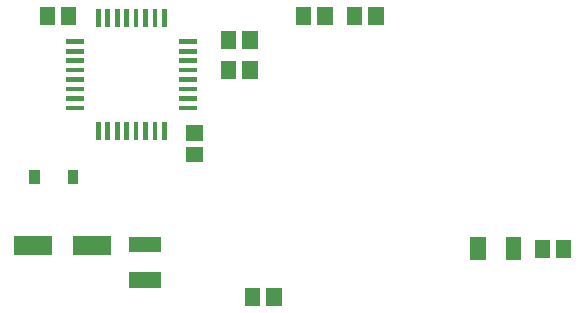
<source format=gbr>
G04 start of page 10 for group -4015 idx -4015 *
G04 Title: (unknown), toppaste *
G04 Creator: pcb 20110918 *
G04 CreationDate: Thu 15 May 2014 04:46:46 AM GMT UTC *
G04 For: railfan *
G04 Format: Gerber/RS-274X *
G04 PCB-Dimensions: 350000 125000 *
G04 PCB-Coordinate-Origin: lower left *
%MOIN*%
%FSLAX25Y25*%
%LNTOPPASTE*%
%ADD100R,0.0360X0.0360*%
%ADD99R,0.0630X0.0630*%
%ADD98R,0.0157X0.0157*%
%ADD97R,0.0512X0.0512*%
G54D97*X230957Y108893D02*Y108107D01*
X238043Y108893D02*Y108107D01*
X255043Y108893D02*Y108107D01*
X247957Y108893D02*Y108107D01*
X205957Y90893D02*Y90107D01*
X213043Y90893D02*Y90107D01*
X205957Y100893D02*Y100107D01*
X213043Y100893D02*Y100107D01*
X194107Y62457D02*X194893D01*
X194107Y69543D02*X194893D01*
G54D98*X184523Y109949D02*Y105523D01*
X181374Y109949D02*Y105523D01*
X178224Y109949D02*Y105523D01*
X175075Y109949D02*Y105523D01*
X171925Y109949D02*Y105523D01*
X168775Y109949D02*Y105523D01*
X165626Y109949D02*Y105523D01*
X162476Y109949D02*Y105523D01*
X152508Y99980D02*X156934D01*
X152508Y96831D02*X156934D01*
X152508Y93681D02*X156934D01*
X152508Y90532D02*X156934D01*
X152508Y87382D02*X156934D01*
X152508Y84232D02*X156934D01*
X152508Y81083D02*X156934D01*
X152508Y77933D02*X156934D01*
X162477Y72391D02*Y67965D01*
X165626Y72391D02*Y67965D01*
X168776Y72391D02*Y67965D01*
X171925Y72391D02*Y67965D01*
X175075Y72391D02*Y67965D01*
X178225Y72391D02*Y67965D01*
X181374Y72391D02*Y67965D01*
X184524Y72391D02*Y67965D01*
X190066Y77934D02*X194492D01*
X190066Y81083D02*X194492D01*
X190066Y84233D02*X194492D01*
X190066Y87382D02*X194492D01*
X190066Y90532D02*X194492D01*
X190066Y93682D02*X194492D01*
X190066Y96831D02*X194492D01*
X190066Y99981D02*X194492D01*
G54D97*X152543Y108893D02*Y108107D01*
X145457Y108893D02*Y108107D01*
X310457Y31393D02*Y30607D01*
X317543Y31393D02*Y30607D01*
X289095Y32181D02*Y29819D01*
X300905Y32181D02*Y29819D01*
X221043Y15393D02*Y14607D01*
X213957Y15393D02*Y14607D01*
G54D99*X157193Y32000D02*X163492D01*
X137508D02*X143807D01*
G54D100*X154018Y55576D02*Y54376D01*
X141118Y55576D02*Y54376D01*
G54D97*X175245Y32405D02*X180755D01*
X175245Y20595D02*X180755D01*
M02*

</source>
